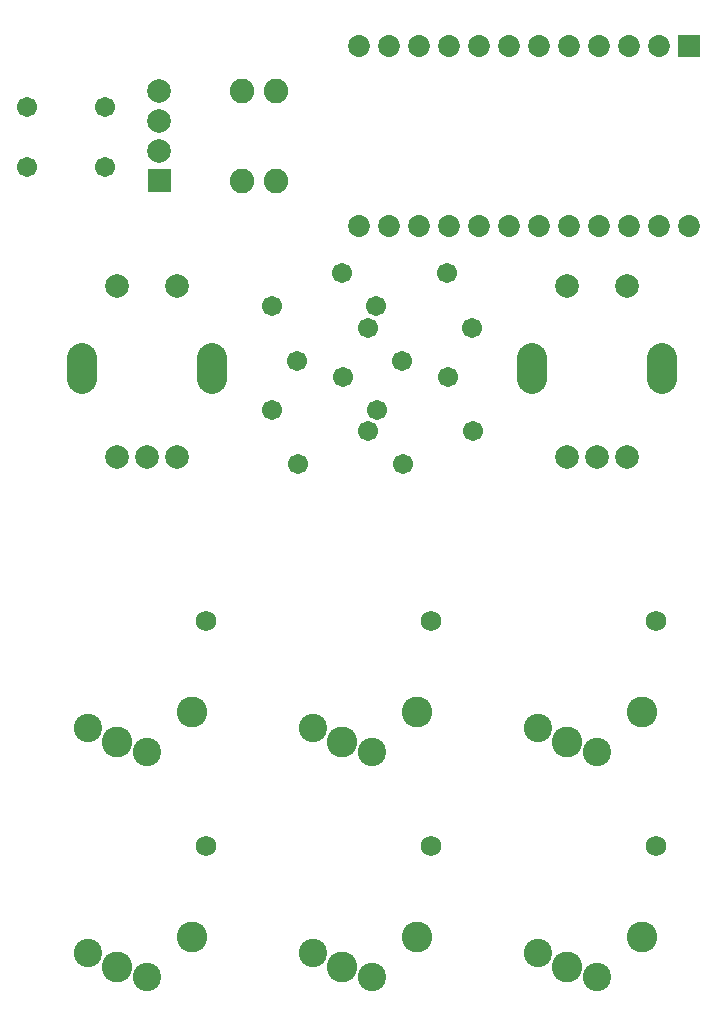
<source format=gbs>
G04 Layer: BottomSolderMaskLayer*
G04 EasyEDA v6.4.7, 2020-12-12T13:13:04+01:00*
G04 d11925a588f84334974d7b2f1f55f34c,4d97e48eab474e129cc19cc013e78dee,10*
G04 Gerber Generator version 0.2*
G04 Scale: 100 percent, Rotated: No, Reflected: No *
G04 Dimensions in millimeters *
G04 leading zeros omitted , absolute positions ,3 integer and 3 decimal *
%FSLAX33Y33*%
%MOMM*%
G90*
D02*

%ADD27C,2.503195*%
%ADD28C,2.082800*%
%ADD29C,1.854200*%
%ADD31C,1.703197*%
%ADD33C,2.003196*%
%ADD34C,2.603195*%
%ADD35C,2.403094*%
%ADD36C,1.727200*%

%LPD*%
G54D27*
G01X18295Y56184D02*
G01X18295Y57884D01*
G01X7295Y56184D02*
G01X7295Y57884D01*
G01X56395Y56184D02*
G01X56395Y57884D01*
G01X45395Y56184D02*
G01X45395Y57884D01*
G54D28*
G01X20795Y80534D03*
G01X20795Y72914D03*
G01X23716Y80534D03*
G01X23716Y72914D03*
G54D29*
G01X30701Y69104D03*
G01X33241Y69104D03*
G01X35781Y69104D03*
G01X38321Y69104D03*
G01X40861Y69104D03*
G01X43401Y69104D03*
G01X45941Y69104D03*
G01X48481Y69104D03*
G01X51021Y69104D03*
G01X53561Y69104D03*
G01X56101Y69104D03*
G01X58641Y69104D03*
G36*
G01X57714Y83416D02*
G01X57714Y85271D01*
G01X59569Y85271D01*
G01X59569Y83416D01*
G01X57714Y83416D01*
G37*
G01X56101Y84344D03*
G01X53561Y84344D03*
G01X51021Y84344D03*
G01X48481Y84344D03*
G01X45941Y84344D03*
G01X43401Y84344D03*
G01X40861Y84344D03*
G01X38321Y84344D03*
G01X35781Y84344D03*
G01X33241Y84344D03*
G01X30701Y84344D03*
G54D31*
G01X32254Y53550D03*
G01X34401Y48946D03*
G01X38239Y56341D03*
G01X40386Y51737D03*
G01X2634Y79137D03*
G01X2634Y74057D03*
G01X9238Y79137D03*
G01X9238Y74057D03*
G01X32171Y62313D03*
G01X34318Y57709D03*
G01X38156Y65104D03*
G01X40303Y60500D03*
G01X23364Y53550D03*
G01X25511Y48946D03*
G01X29349Y56341D03*
G01X31496Y51737D03*
G01X23320Y62313D03*
G01X25467Y57709D03*
G01X29305Y65104D03*
G01X31452Y60500D03*
G36*
G01X12812Y71941D02*
G01X12812Y73942D01*
G01X14814Y73942D01*
G01X14814Y71941D01*
G01X12812Y71941D01*
G37*
G54D33*
G01X13813Y75481D03*
G01X13810Y77994D03*
G01X13810Y80534D03*
G01X10254Y49534D03*
G01X12794Y49534D03*
G01X15334Y49534D03*
G01X10254Y64034D03*
G01X15334Y64034D03*
G01X48354Y49534D03*
G01X50894Y49534D03*
G01X53434Y49534D03*
G01X48354Y64034D03*
G01X53434Y64034D03*
G54D34*
G01X54704Y8906D03*
G01X48354Y6366D03*
G54D35*
G01X50894Y5545D03*
G01X45895Y7545D03*
G54D36*
G01X55894Y16596D03*
G54D34*
G01X35654Y8906D03*
G01X29304Y6366D03*
G54D35*
G01X31844Y5545D03*
G01X26845Y7545D03*
G54D36*
G01X36844Y16596D03*
G54D34*
G01X16604Y8906D03*
G01X10254Y6366D03*
G54D35*
G01X12794Y5545D03*
G01X7795Y7545D03*
G54D36*
G01X17794Y16596D03*
G54D34*
G01X16604Y27956D03*
G01X10254Y25416D03*
G54D35*
G01X12794Y24595D03*
G01X7795Y26595D03*
G54D36*
G01X17794Y35646D03*
G54D34*
G01X35654Y27956D03*
G01X29304Y25416D03*
G54D35*
G01X31844Y24595D03*
G01X26845Y26595D03*
G54D36*
G01X36844Y35646D03*
G54D34*
G01X54704Y27956D03*
G01X48354Y25416D03*
G54D35*
G01X50894Y24595D03*
G01X45895Y26595D03*
G54D36*
G01X55894Y35646D03*
M00*
M02*

</source>
